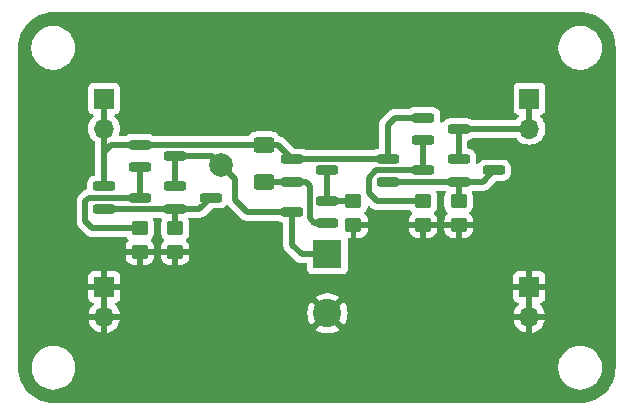
<source format=gbr>
%TF.GenerationSoftware,KiCad,Pcbnew,8.0.1*%
%TF.CreationDate,2024-04-21T09:28:36-04:00*%
%TF.ProjectId,super_capacitor_backup,73757065-725f-4636-9170-616369746f72,rev?*%
%TF.SameCoordinates,PX8f6ec00PY36439a0*%
%TF.FileFunction,Copper,L2,Bot*%
%TF.FilePolarity,Positive*%
%FSLAX46Y46*%
G04 Gerber Fmt 4.6, Leading zero omitted, Abs format (unit mm)*
G04 Created by KiCad (PCBNEW 8.0.1) date 2024-04-21 09:28:36*
%MOMM*%
%LPD*%
G01*
G04 APERTURE LIST*
G04 Aperture macros list*
%AMRoundRect*
0 Rectangle with rounded corners*
0 $1 Rounding radius*
0 $2 $3 $4 $5 $6 $7 $8 $9 X,Y pos of 4 corners*
0 Add a 4 corners polygon primitive as box body*
4,1,4,$2,$3,$4,$5,$6,$7,$8,$9,$2,$3,0*
0 Add four circle primitives for the rounded corners*
1,1,$1+$1,$2,$3*
1,1,$1+$1,$4,$5*
1,1,$1+$1,$6,$7*
1,1,$1+$1,$8,$9*
0 Add four rect primitives between the rounded corners*
20,1,$1+$1,$2,$3,$4,$5,0*
20,1,$1+$1,$4,$5,$6,$7,0*
20,1,$1+$1,$6,$7,$8,$9,0*
20,1,$1+$1,$8,$9,$2,$3,0*%
G04 Aperture macros list end*
%TA.AperFunction,ComponentPad*%
%ADD10C,2.000000*%
%TD*%
%TA.AperFunction,SMDPad,CuDef*%
%ADD11RoundRect,0.250000X-0.450000X0.350000X-0.450000X-0.350000X0.450000X-0.350000X0.450000X0.350000X0*%
%TD*%
%TA.AperFunction,SMDPad,CuDef*%
%ADD12RoundRect,0.250000X-0.625000X0.400000X-0.625000X-0.400000X0.625000X-0.400000X0.625000X0.400000X0*%
%TD*%
%TA.AperFunction,SMDPad,CuDef*%
%ADD13RoundRect,0.200000X-0.750000X-0.200000X0.750000X-0.200000X0.750000X0.200000X-0.750000X0.200000X0*%
%TD*%
%TA.AperFunction,SMDPad,CuDef*%
%ADD14RoundRect,0.200000X0.750000X0.200000X-0.750000X0.200000X-0.750000X-0.200000X0.750000X-0.200000X0*%
%TD*%
%TA.AperFunction,ComponentPad*%
%ADD15R,1.700000X1.700000*%
%TD*%
%TA.AperFunction,ComponentPad*%
%ADD16O,1.700000X1.700000*%
%TD*%
%TA.AperFunction,ComponentPad*%
%ADD17R,2.400000X2.400000*%
%TD*%
%TA.AperFunction,ComponentPad*%
%ADD18C,2.400000*%
%TD*%
%TA.AperFunction,Conductor*%
%ADD19C,0.500000*%
%TD*%
G04 APERTURE END LIST*
D10*
%TO.P,TP1,1,1*%
%TO.N,Net-(Q4-C)*%
X18700000Y-14450000D03*
%TD*%
D11*
%TO.P,R6,1*%
%TO.N,Net-(Q7-G)*%
X11800000Y-19800000D03*
%TO.P,R6,2*%
%TO.N,GND*%
X11800000Y-21800000D03*
%TD*%
%TO.P,R5,1*%
%TO.N,Net-(Q6-B)*%
X14800000Y-19800000D03*
%TO.P,R5,2*%
%TO.N,GND*%
X14800000Y-21800000D03*
%TD*%
%TO.P,R4,1*%
%TO.N,Net-(Q4-B)*%
X29900000Y-17500000D03*
%TO.P,R4,2*%
%TO.N,GND*%
X29900000Y-19500000D03*
%TD*%
D12*
%TO.P,R3,1*%
%TO.N,/Vout*%
X22300000Y-12750000D03*
%TO.P,R3,2*%
%TO.N,Net-(Q4-E)*%
X22300000Y-15850000D03*
%TD*%
D11*
%TO.P,R2,1*%
%TO.N,Net-(Q2-G)*%
X35800000Y-17500000D03*
%TO.P,R2,2*%
%TO.N,GND*%
X35800000Y-19500000D03*
%TD*%
%TO.P,R1,1*%
%TO.N,Net-(Q1-B)*%
X38800000Y-17500000D03*
%TO.P,R1,2*%
%TO.N,GND*%
X38800000Y-19500000D03*
%TD*%
D13*
%TO.P,Q8,1,B*%
%TO.N,Net-(Q6-B)*%
X8800000Y-18150000D03*
%TO.P,Q8,2,E*%
%TO.N,/Vout*%
X8800000Y-16250000D03*
%TO.P,Q8,3,C*%
%TO.N,Net-(Q7-G)*%
X11800000Y-17200000D03*
%TD*%
%TO.P,Q7,1,G*%
%TO.N,Net-(Q7-G)*%
X11800000Y-14650000D03*
%TO.P,Q7,2,S*%
%TO.N,/Vout*%
X11800000Y-12750000D03*
%TO.P,Q7,3,D*%
%TO.N,Net-(Q4-C)*%
X14800000Y-13700000D03*
%TD*%
%TO.P,Q6,1,B*%
%TO.N,Net-(Q6-B)*%
X14800000Y-18150000D03*
%TO.P,Q6,2,E*%
%TO.N,Net-(Q4-C)*%
X14800000Y-16250000D03*
%TO.P,Q6,3,C*%
%TO.N,Net-(Q6-B)*%
X17800000Y-17200000D03*
%TD*%
%TO.P,Q5,1,B*%
%TO.N,Net-(Q4-E)*%
X24700000Y-15850000D03*
%TO.P,Q5,2,E*%
%TO.N,/Vout*%
X24700000Y-13950000D03*
%TO.P,Q5,3,C*%
%TO.N,Net-(Q4-B)*%
X27700000Y-14900000D03*
%TD*%
D14*
%TO.P,Q4,3,C*%
%TO.N,Net-(Q4-C)*%
X24700000Y-18400000D03*
%TO.P,Q4,2,E*%
%TO.N,Net-(Q4-E)*%
X27700000Y-19350000D03*
%TO.P,Q4,1,B*%
%TO.N,Net-(Q4-B)*%
X27700000Y-17450000D03*
%TD*%
D13*
%TO.P,Q3,1,B*%
%TO.N,Net-(Q1-B)*%
X32800000Y-15850000D03*
%TO.P,Q3,2,E*%
%TO.N,/Vout*%
X32800000Y-13950000D03*
%TO.P,Q3,3,C*%
%TO.N,Net-(Q2-G)*%
X35800000Y-14900000D03*
%TD*%
%TO.P,Q2,1,G*%
%TO.N,Net-(Q2-G)*%
X35800000Y-12350000D03*
%TO.P,Q2,2,S*%
%TO.N,/Vout*%
X35800000Y-10450000D03*
%TO.P,Q2,3,D*%
%TO.N,/Vin*%
X38800000Y-11400000D03*
%TD*%
%TO.P,Q1,1,B*%
%TO.N,Net-(Q1-B)*%
X38800000Y-15850000D03*
%TO.P,Q1,2,E*%
%TO.N,/Vin*%
X38800000Y-13950000D03*
%TO.P,Q1,3,C*%
%TO.N,Net-(Q1-B)*%
X41800000Y-14900000D03*
%TD*%
D15*
%TO.P,J4,1,Pin_1*%
%TO.N,GND*%
X8800000Y-24750000D03*
D16*
%TO.P,J4,2,Pin_2*%
X8800000Y-27290000D03*
%TD*%
%TO.P,J3,2,Pin_2*%
%TO.N,/Vout*%
X8780000Y-11360000D03*
D15*
%TO.P,J3,1,Pin_1*%
X8780000Y-8820000D03*
%TD*%
%TO.P,J2,1,Pin_1*%
%TO.N,GND*%
X44790000Y-24750000D03*
D16*
%TO.P,J2,2,Pin_2*%
X44790000Y-27290000D03*
%TD*%
D15*
%TO.P,J1,1,Pin_1*%
%TO.N,/Vin*%
X44800000Y-8825000D03*
D16*
%TO.P,J1,2,Pin_2*%
X44800000Y-11365000D03*
%TD*%
D17*
%TO.P,C1,1*%
%TO.N,Net-(Q4-C)*%
X27700000Y-22000000D03*
D18*
%TO.P,C1,2*%
%TO.N,GND*%
X27700000Y-27000000D03*
%TD*%
D19*
%TO.N,Net-(Q4-C)*%
X24700000Y-18400000D02*
X20900000Y-18400000D01*
X19900000Y-17400000D02*
X19900000Y-15650000D01*
X20900000Y-18400000D02*
X19900000Y-17400000D01*
X19900000Y-15650000D02*
X18700000Y-14450000D01*
X14800000Y-13700000D02*
X17950000Y-13700000D01*
X17950000Y-13700000D02*
X18700000Y-14450000D01*
%TO.N,Net-(Q4-E)*%
X27700000Y-19350000D02*
X26600000Y-19350000D01*
X26600000Y-19350000D02*
X26200000Y-18950000D01*
X26200000Y-18950000D02*
X26200000Y-16200000D01*
X26200000Y-16200000D02*
X25850000Y-15850000D01*
X25850000Y-15850000D02*
X24700000Y-15850000D01*
%TO.N,/Vout*%
X8780000Y-11360000D02*
X8780000Y-16230000D01*
X8780000Y-16230000D02*
X8800000Y-16250000D01*
X8780000Y-8820000D02*
X8780000Y-11360000D01*
X22300000Y-12750000D02*
X11800000Y-12750000D01*
%TO.N,Net-(Q7-G)*%
X11800000Y-19800000D02*
X7800000Y-19800000D01*
X7800000Y-19800000D02*
X7200000Y-19200000D01*
X7200000Y-19200000D02*
X7200000Y-17500000D01*
X7500000Y-17200000D02*
X11800000Y-17200000D01*
X7200000Y-17500000D02*
X7500000Y-17200000D01*
%TO.N,Net-(Q4-C)*%
X14800000Y-16250000D02*
X14800000Y-13700000D01*
%TO.N,Net-(Q6-B)*%
X14800000Y-18150000D02*
X14800000Y-19800000D01*
X14800000Y-18150000D02*
X16850000Y-18150000D01*
X16850000Y-18150000D02*
X17800000Y-17200000D01*
X8800000Y-18150000D02*
X14800000Y-18150000D01*
%TO.N,Net-(Q7-G)*%
X11800000Y-14650000D02*
X11800000Y-17200000D01*
%TO.N,/Vout*%
X11800000Y-12750000D02*
X9350000Y-12750000D01*
X9350000Y-12750000D02*
X8800000Y-13300000D01*
X8800000Y-13300000D02*
X8800000Y-16250000D01*
X32800000Y-13950000D02*
X24700000Y-13950000D01*
%TO.N,Net-(Q2-G)*%
X35800000Y-14900000D02*
X31800000Y-14900000D01*
X31800000Y-14900000D02*
X31200000Y-15500000D01*
X31200000Y-15500000D02*
X31200000Y-16800000D01*
X31200000Y-16800000D02*
X31900000Y-17500000D01*
X31900000Y-17500000D02*
X35800000Y-17500000D01*
%TO.N,/Vout*%
X22300000Y-12750000D02*
X23500000Y-12750000D01*
X23500000Y-12750000D02*
X24700000Y-13950000D01*
%TO.N,Net-(Q4-C)*%
X27700000Y-22000000D02*
X25500000Y-22000000D01*
X25500000Y-22000000D02*
X24700000Y-21200000D01*
X24700000Y-21200000D02*
X24700000Y-18400000D01*
%TO.N,Net-(Q4-E)*%
X22300000Y-15850000D02*
X24700000Y-15850000D01*
%TO.N,Net-(Q4-B)*%
X27700000Y-17450000D02*
X29850000Y-17450000D01*
X29850000Y-17450000D02*
X29900000Y-17500000D01*
X27700000Y-14900000D02*
X27700000Y-17450000D01*
%TO.N,Net-(Q2-G)*%
X35800000Y-12350000D02*
X35800000Y-14900000D01*
%TO.N,/Vout*%
X35800000Y-10450000D02*
X33410000Y-10450000D01*
X33410000Y-10450000D02*
X32800000Y-11060000D01*
X32800000Y-11060000D02*
X32800000Y-13950000D01*
%TO.N,Net-(Q1-B)*%
X38800000Y-17500000D02*
X38800000Y-15850000D01*
X38800000Y-15850000D02*
X40850000Y-15850000D01*
X40850000Y-15850000D02*
X41800000Y-14900000D01*
X32800000Y-15850000D02*
X38800000Y-15850000D01*
%TO.N,/Vin*%
X44800000Y-11365000D02*
X44800000Y-8825000D01*
X38800000Y-11400000D02*
X44765000Y-11400000D01*
X44765000Y-11400000D02*
X44800000Y-11365000D01*
X38800000Y-13950000D02*
X38800000Y-11400000D01*
%TD*%
%TA.AperFunction,Conductor*%
%TO.N,GND*%
G36*
X9050000Y-26856988D02*
G01*
X8992993Y-26824075D01*
X8865826Y-26790000D01*
X8734174Y-26790000D01*
X8607007Y-26824075D01*
X8550000Y-26856988D01*
X8550000Y-25183012D01*
X8607007Y-25215925D01*
X8734174Y-25250000D01*
X8865826Y-25250000D01*
X8992993Y-25215925D01*
X9050000Y-25183012D01*
X9050000Y-26856988D01*
G37*
%TD.AperFunction*%
%TA.AperFunction,Conductor*%
G36*
X45040000Y-26856988D02*
G01*
X44982993Y-26824075D01*
X44855826Y-26790000D01*
X44724174Y-26790000D01*
X44597007Y-26824075D01*
X44540000Y-26856988D01*
X44540000Y-25183012D01*
X44597007Y-25215925D01*
X44724174Y-25250000D01*
X44855826Y-25250000D01*
X44982993Y-25215925D01*
X45040000Y-25183012D01*
X45040000Y-26856988D01*
G37*
%TD.AperFunction*%
%TA.AperFunction,Conductor*%
G36*
X49103244Y-1500670D02*
G01*
X49407046Y-1516592D01*
X49419953Y-1517949D01*
X49551089Y-1538718D01*
X49717209Y-1565028D01*
X49729896Y-1567724D01*
X50020625Y-1645625D01*
X50032965Y-1649635D01*
X50313938Y-1757490D01*
X50325790Y-1762767D01*
X50593968Y-1899411D01*
X50605199Y-1905896D01*
X50857608Y-2069812D01*
X50868109Y-2077441D01*
X51102010Y-2266850D01*
X51111655Y-2275535D01*
X51324464Y-2488344D01*
X51333149Y-2497989D01*
X51522558Y-2731890D01*
X51530187Y-2742391D01*
X51694101Y-2994796D01*
X51700591Y-3006036D01*
X51837231Y-3274206D01*
X51842510Y-3286064D01*
X51950363Y-3567033D01*
X51954374Y-3579376D01*
X52032273Y-3870097D01*
X52034971Y-3882794D01*
X52082050Y-4180046D01*
X52083407Y-4192953D01*
X52099330Y-4496756D01*
X52099500Y-4503246D01*
X52099500Y-31596753D01*
X52099330Y-31603243D01*
X52083407Y-31907046D01*
X52082050Y-31919953D01*
X52034971Y-32217205D01*
X52032273Y-32229902D01*
X51954374Y-32520623D01*
X51950363Y-32532966D01*
X51842510Y-32813935D01*
X51837231Y-32825793D01*
X51700591Y-33093963D01*
X51694101Y-33105203D01*
X51530187Y-33357608D01*
X51522558Y-33368109D01*
X51333149Y-33602010D01*
X51324464Y-33611655D01*
X51111655Y-33824464D01*
X51102010Y-33833149D01*
X50868109Y-34022558D01*
X50857608Y-34030187D01*
X50605203Y-34194101D01*
X50593963Y-34200591D01*
X50325793Y-34337231D01*
X50313935Y-34342510D01*
X50032966Y-34450363D01*
X50020623Y-34454374D01*
X49729902Y-34532273D01*
X49717205Y-34534971D01*
X49419953Y-34582050D01*
X49407046Y-34583407D01*
X49103244Y-34599330D01*
X49096754Y-34599500D01*
X4503246Y-34599500D01*
X4496756Y-34599330D01*
X4192953Y-34583407D01*
X4180046Y-34582050D01*
X3882794Y-34534971D01*
X3870097Y-34532273D01*
X3579376Y-34454374D01*
X3567033Y-34450363D01*
X3286064Y-34342510D01*
X3274206Y-34337231D01*
X3006036Y-34200591D01*
X2994796Y-34194101D01*
X2742391Y-34030187D01*
X2731890Y-34022558D01*
X2497989Y-33833149D01*
X2488344Y-33824464D01*
X2275535Y-33611655D01*
X2266850Y-33602010D01*
X2077441Y-33368109D01*
X2069812Y-33357608D01*
X2008517Y-33263222D01*
X1905896Y-33105199D01*
X1899408Y-33093963D01*
X1762768Y-32825793D01*
X1757489Y-32813935D01*
X1686994Y-32630289D01*
X1649635Y-32532965D01*
X1645625Y-32520623D01*
X1644626Y-32516895D01*
X1567724Y-32229896D01*
X1565028Y-32217205D01*
X1561685Y-32196100D01*
X1517949Y-31919953D01*
X1516592Y-31907046D01*
X1506857Y-31721288D01*
X2639500Y-31721288D01*
X2671161Y-31961785D01*
X2733947Y-32196104D01*
X2747947Y-32229902D01*
X2826776Y-32420212D01*
X2948064Y-32630289D01*
X2948066Y-32630292D01*
X2948067Y-32630293D01*
X3095733Y-32822736D01*
X3095739Y-32822743D01*
X3267256Y-32994260D01*
X3267262Y-32994265D01*
X3459711Y-33141936D01*
X3669788Y-33263224D01*
X3893900Y-33356054D01*
X4128211Y-33418838D01*
X4308586Y-33442584D01*
X4368711Y-33450500D01*
X4368712Y-33450500D01*
X4611289Y-33450500D01*
X4659388Y-33444167D01*
X4851789Y-33418838D01*
X5086100Y-33356054D01*
X5310212Y-33263224D01*
X5520289Y-33141936D01*
X5712738Y-32994265D01*
X5884265Y-32822738D01*
X6031936Y-32630289D01*
X6153224Y-32420212D01*
X6246054Y-32196100D01*
X6308838Y-31961789D01*
X6340500Y-31721288D01*
X47239500Y-31721288D01*
X47271161Y-31961785D01*
X47333947Y-32196104D01*
X47347947Y-32229902D01*
X47426776Y-32420212D01*
X47548064Y-32630289D01*
X47548066Y-32630292D01*
X47548067Y-32630293D01*
X47695733Y-32822736D01*
X47695739Y-32822743D01*
X47867256Y-32994260D01*
X47867262Y-32994265D01*
X48059711Y-33141936D01*
X48269788Y-33263224D01*
X48493900Y-33356054D01*
X48728211Y-33418838D01*
X48908586Y-33442584D01*
X48968711Y-33450500D01*
X48968712Y-33450500D01*
X49211289Y-33450500D01*
X49259388Y-33444167D01*
X49451789Y-33418838D01*
X49686100Y-33356054D01*
X49910212Y-33263224D01*
X50120289Y-33141936D01*
X50312738Y-32994265D01*
X50484265Y-32822738D01*
X50631936Y-32630289D01*
X50753224Y-32420212D01*
X50846054Y-32196100D01*
X50908838Y-31961789D01*
X50940500Y-31721288D01*
X50940500Y-31478712D01*
X50908838Y-31238211D01*
X50846054Y-31003900D01*
X50753224Y-30779788D01*
X50631936Y-30569711D01*
X50484265Y-30377262D01*
X50484260Y-30377256D01*
X50312743Y-30205739D01*
X50312736Y-30205733D01*
X50120293Y-30058067D01*
X50120292Y-30058066D01*
X50120289Y-30058064D01*
X49910212Y-29936776D01*
X49910205Y-29936773D01*
X49686104Y-29843947D01*
X49451785Y-29781161D01*
X49211289Y-29749500D01*
X49211288Y-29749500D01*
X48968712Y-29749500D01*
X48968711Y-29749500D01*
X48728214Y-29781161D01*
X48493895Y-29843947D01*
X48269794Y-29936773D01*
X48269785Y-29936777D01*
X48059706Y-30058067D01*
X47867263Y-30205733D01*
X47867256Y-30205739D01*
X47695739Y-30377256D01*
X47695733Y-30377263D01*
X47548067Y-30569706D01*
X47426777Y-30779785D01*
X47426773Y-30779794D01*
X47333947Y-31003895D01*
X47271161Y-31238214D01*
X47239500Y-31478711D01*
X47239500Y-31721288D01*
X6340500Y-31721288D01*
X6340500Y-31478712D01*
X6308838Y-31238211D01*
X6246054Y-31003900D01*
X6153224Y-30779788D01*
X6031936Y-30569711D01*
X5884265Y-30377262D01*
X5884260Y-30377256D01*
X5712743Y-30205739D01*
X5712736Y-30205733D01*
X5520293Y-30058067D01*
X5520292Y-30058066D01*
X5520289Y-30058064D01*
X5310212Y-29936776D01*
X5310205Y-29936773D01*
X5086104Y-29843947D01*
X4851785Y-29781161D01*
X4611289Y-29749500D01*
X4611288Y-29749500D01*
X4368712Y-29749500D01*
X4368711Y-29749500D01*
X4128214Y-29781161D01*
X3893895Y-29843947D01*
X3669794Y-29936773D01*
X3669785Y-29936777D01*
X3459706Y-30058067D01*
X3267263Y-30205733D01*
X3267256Y-30205739D01*
X3095739Y-30377256D01*
X3095733Y-30377263D01*
X2948067Y-30569706D01*
X2826777Y-30779785D01*
X2826773Y-30779794D01*
X2733947Y-31003895D01*
X2671161Y-31238214D01*
X2639500Y-31478711D01*
X2639500Y-31721288D01*
X1506857Y-31721288D01*
X1500670Y-31603243D01*
X1500500Y-31596753D01*
X1500500Y-25647844D01*
X7450000Y-25647844D01*
X7456401Y-25707372D01*
X7456403Y-25707379D01*
X7506645Y-25842086D01*
X7506649Y-25842093D01*
X7592809Y-25957187D01*
X7592812Y-25957190D01*
X7707906Y-26043350D01*
X7707913Y-26043354D01*
X7839986Y-26092614D01*
X7895920Y-26134485D01*
X7920337Y-26199949D01*
X7905486Y-26268222D01*
X7884335Y-26296477D01*
X7761886Y-26418926D01*
X7626400Y-26612420D01*
X7626399Y-26612422D01*
X7526570Y-26826507D01*
X7526567Y-26826513D01*
X7469364Y-27039999D01*
X7469364Y-27040000D01*
X8366988Y-27040000D01*
X8334075Y-27097007D01*
X8300000Y-27224174D01*
X8300000Y-27355826D01*
X8334075Y-27482993D01*
X8366988Y-27540000D01*
X7469364Y-27540000D01*
X7526567Y-27753486D01*
X7526570Y-27753492D01*
X7626399Y-27967578D01*
X7761894Y-28161082D01*
X7928917Y-28328105D01*
X8122421Y-28463600D01*
X8336507Y-28563429D01*
X8336516Y-28563433D01*
X8550000Y-28620634D01*
X8550000Y-27723012D01*
X8607007Y-27755925D01*
X8734174Y-27790000D01*
X8865826Y-27790000D01*
X8992993Y-27755925D01*
X9050000Y-27723012D01*
X9050000Y-28620633D01*
X9263483Y-28563433D01*
X9263492Y-28563429D01*
X9477578Y-28463600D01*
X9671082Y-28328105D01*
X9838105Y-28161082D01*
X9973600Y-27967578D01*
X10073429Y-27753492D01*
X10073432Y-27753486D01*
X10130636Y-27540000D01*
X9233012Y-27540000D01*
X9265925Y-27482993D01*
X9300000Y-27355826D01*
X9300000Y-27224174D01*
X9265925Y-27097007D01*
X9233012Y-27040000D01*
X10130636Y-27040000D01*
X10130635Y-27039999D01*
X10119918Y-27000004D01*
X25995233Y-27000004D01*
X26014273Y-27254079D01*
X26070968Y-27502477D01*
X26070973Y-27502494D01*
X26164058Y-27739671D01*
X26164057Y-27739671D01*
X26291454Y-27960327D01*
X26291461Y-27960338D01*
X26333452Y-28012991D01*
X26333453Y-28012992D01*
X27135387Y-27211058D01*
X27140889Y-27231591D01*
X27219881Y-27368408D01*
X27331592Y-27480119D01*
X27468409Y-27559111D01*
X27488940Y-27564612D01*
X26686813Y-28366738D01*
X26847616Y-28476371D01*
X26847624Y-28476376D01*
X27077176Y-28586921D01*
X27077174Y-28586921D01*
X27320652Y-28662024D01*
X27320658Y-28662026D01*
X27572595Y-28699999D01*
X27572604Y-28700000D01*
X27827396Y-28700000D01*
X27827404Y-28699999D01*
X28079341Y-28662026D01*
X28079347Y-28662024D01*
X28322824Y-28586921D01*
X28552376Y-28476376D01*
X28552377Y-28476375D01*
X28713185Y-28366738D01*
X27911060Y-27564612D01*
X27931591Y-27559111D01*
X28068408Y-27480119D01*
X28180119Y-27368408D01*
X28259111Y-27231591D01*
X28264612Y-27211059D01*
X29066544Y-28012992D01*
X29066546Y-28012991D01*
X29108544Y-27960330D01*
X29235941Y-27739671D01*
X29329026Y-27502494D01*
X29329031Y-27502477D01*
X29385726Y-27254079D01*
X29404767Y-27000004D01*
X29404767Y-26999995D01*
X29385726Y-26745920D01*
X29329031Y-26497522D01*
X29329026Y-26497505D01*
X29235941Y-26260328D01*
X29235942Y-26260328D01*
X29108545Y-26039672D01*
X29066545Y-25987006D01*
X28264612Y-26788939D01*
X28259111Y-26768409D01*
X28180119Y-26631592D01*
X28068408Y-26519881D01*
X27931591Y-26440889D01*
X27911059Y-26435387D01*
X28698601Y-25647844D01*
X43440000Y-25647844D01*
X43446401Y-25707372D01*
X43446403Y-25707379D01*
X43496645Y-25842086D01*
X43496649Y-25842093D01*
X43582809Y-25957187D01*
X43582812Y-25957190D01*
X43697906Y-26043350D01*
X43697913Y-26043354D01*
X43829986Y-26092614D01*
X43885920Y-26134485D01*
X43910337Y-26199949D01*
X43895486Y-26268222D01*
X43874335Y-26296477D01*
X43751886Y-26418926D01*
X43616400Y-26612420D01*
X43616399Y-26612422D01*
X43516570Y-26826507D01*
X43516567Y-26826513D01*
X43459364Y-27039999D01*
X43459364Y-27040000D01*
X44356988Y-27040000D01*
X44324075Y-27097007D01*
X44290000Y-27224174D01*
X44290000Y-27355826D01*
X44324075Y-27482993D01*
X44356988Y-27540000D01*
X43459364Y-27540000D01*
X43516567Y-27753486D01*
X43516570Y-27753492D01*
X43616399Y-27967578D01*
X43751894Y-28161082D01*
X43918917Y-28328105D01*
X44112421Y-28463600D01*
X44326507Y-28563429D01*
X44326516Y-28563433D01*
X44540000Y-28620634D01*
X44540000Y-27723012D01*
X44597007Y-27755925D01*
X44724174Y-27790000D01*
X44855826Y-27790000D01*
X44982993Y-27755925D01*
X45040000Y-27723012D01*
X45040000Y-28620633D01*
X45253483Y-28563433D01*
X45253492Y-28563429D01*
X45467578Y-28463600D01*
X45661082Y-28328105D01*
X45828105Y-28161082D01*
X45963600Y-27967578D01*
X46063429Y-27753492D01*
X46063432Y-27753486D01*
X46120636Y-27540000D01*
X45223012Y-27540000D01*
X45255925Y-27482993D01*
X45290000Y-27355826D01*
X45290000Y-27224174D01*
X45255925Y-27097007D01*
X45223012Y-27040000D01*
X46120636Y-27040000D01*
X46120635Y-27039999D01*
X46063432Y-26826513D01*
X46063429Y-26826507D01*
X45963600Y-26612422D01*
X45963599Y-26612420D01*
X45828113Y-26418926D01*
X45828108Y-26418920D01*
X45705665Y-26296477D01*
X45672180Y-26235154D01*
X45677164Y-26165462D01*
X45719036Y-26109529D01*
X45750013Y-26092614D01*
X45882086Y-26043354D01*
X45882093Y-26043350D01*
X45997187Y-25957190D01*
X45997190Y-25957187D01*
X46083350Y-25842093D01*
X46083354Y-25842086D01*
X46133596Y-25707379D01*
X46133598Y-25707372D01*
X46139999Y-25647844D01*
X46140000Y-25647827D01*
X46140000Y-25000000D01*
X45223012Y-25000000D01*
X45255925Y-24942993D01*
X45290000Y-24815826D01*
X45290000Y-24684174D01*
X45255925Y-24557007D01*
X45223012Y-24500000D01*
X46140000Y-24500000D01*
X46140000Y-23852172D01*
X46139999Y-23852155D01*
X46133598Y-23792627D01*
X46133596Y-23792620D01*
X46083354Y-23657913D01*
X46083350Y-23657906D01*
X45997190Y-23542812D01*
X45997187Y-23542809D01*
X45882093Y-23456649D01*
X45882086Y-23456645D01*
X45747379Y-23406403D01*
X45747372Y-23406401D01*
X45687844Y-23400000D01*
X45040000Y-23400000D01*
X45040000Y-24316988D01*
X44982993Y-24284075D01*
X44855826Y-24250000D01*
X44724174Y-24250000D01*
X44597007Y-24284075D01*
X44540000Y-24316988D01*
X44540000Y-23400000D01*
X43892155Y-23400000D01*
X43832627Y-23406401D01*
X43832620Y-23406403D01*
X43697913Y-23456645D01*
X43697906Y-23456649D01*
X43582812Y-23542809D01*
X43582809Y-23542812D01*
X43496649Y-23657906D01*
X43496645Y-23657913D01*
X43446403Y-23792620D01*
X43446401Y-23792627D01*
X43440000Y-23852155D01*
X43440000Y-24500000D01*
X44356988Y-24500000D01*
X44324075Y-24557007D01*
X44290000Y-24684174D01*
X44290000Y-24815826D01*
X44324075Y-24942993D01*
X44356988Y-25000000D01*
X43440000Y-25000000D01*
X43440000Y-25647844D01*
X28698601Y-25647844D01*
X28713185Y-25633260D01*
X28552384Y-25523628D01*
X28552376Y-25523623D01*
X28322823Y-25413078D01*
X28322825Y-25413078D01*
X28079347Y-25337975D01*
X28079341Y-25337973D01*
X27827404Y-25300000D01*
X27572595Y-25300000D01*
X27320658Y-25337973D01*
X27320652Y-25337975D01*
X27077175Y-25413078D01*
X26847622Y-25523625D01*
X26847609Y-25523632D01*
X26686813Y-25633259D01*
X27488941Y-26435387D01*
X27468409Y-26440889D01*
X27331592Y-26519881D01*
X27219881Y-26631592D01*
X27140889Y-26768409D01*
X27135387Y-26788941D01*
X26333452Y-25987006D01*
X26291457Y-26039667D01*
X26164058Y-26260328D01*
X26070973Y-26497505D01*
X26070968Y-26497522D01*
X26014273Y-26745920D01*
X25995233Y-26999995D01*
X25995233Y-27000004D01*
X10119918Y-27000004D01*
X10073432Y-26826513D01*
X10073429Y-26826507D01*
X9973600Y-26612422D01*
X9973599Y-26612420D01*
X9838113Y-26418926D01*
X9838108Y-26418920D01*
X9715665Y-26296477D01*
X9682180Y-26235154D01*
X9687164Y-26165462D01*
X9729036Y-26109529D01*
X9760013Y-26092614D01*
X9892086Y-26043354D01*
X9892093Y-26043350D01*
X10007187Y-25957190D01*
X10007190Y-25957187D01*
X10093350Y-25842093D01*
X10093354Y-25842086D01*
X10143596Y-25707379D01*
X10143598Y-25707372D01*
X10149999Y-25647844D01*
X10150000Y-25647827D01*
X10150000Y-25000000D01*
X9233012Y-25000000D01*
X9265925Y-24942993D01*
X9300000Y-24815826D01*
X9300000Y-24684174D01*
X9265925Y-24557007D01*
X9233012Y-24500000D01*
X10150000Y-24500000D01*
X10150000Y-23852172D01*
X10149999Y-23852155D01*
X10143598Y-23792627D01*
X10143596Y-23792620D01*
X10093354Y-23657913D01*
X10093350Y-23657906D01*
X10007190Y-23542812D01*
X10007187Y-23542809D01*
X9892093Y-23456649D01*
X9892086Y-23456645D01*
X9757379Y-23406403D01*
X9757372Y-23406401D01*
X9697844Y-23400000D01*
X9050000Y-23400000D01*
X9050000Y-24316988D01*
X8992993Y-24284075D01*
X8865826Y-24250000D01*
X8734174Y-24250000D01*
X8607007Y-24284075D01*
X8550000Y-24316988D01*
X8550000Y-23400000D01*
X7902155Y-23400000D01*
X7842627Y-23406401D01*
X7842620Y-23406403D01*
X7707913Y-23456645D01*
X7707906Y-23456649D01*
X7592812Y-23542809D01*
X7592809Y-23542812D01*
X7506649Y-23657906D01*
X7506645Y-23657913D01*
X7456403Y-23792620D01*
X7456401Y-23792627D01*
X7450000Y-23852155D01*
X7450000Y-24500000D01*
X8366988Y-24500000D01*
X8334075Y-24557007D01*
X8300000Y-24684174D01*
X8300000Y-24815826D01*
X8334075Y-24942993D01*
X8366988Y-25000000D01*
X7450000Y-25000000D01*
X7450000Y-25647844D01*
X1500500Y-25647844D01*
X1500500Y-22050000D01*
X10600001Y-22050000D01*
X10600001Y-22199986D01*
X10610494Y-22302697D01*
X10665641Y-22469119D01*
X10665643Y-22469124D01*
X10757684Y-22618345D01*
X10881654Y-22742315D01*
X11030875Y-22834356D01*
X11030880Y-22834358D01*
X11197302Y-22889505D01*
X11197309Y-22889506D01*
X11300019Y-22899999D01*
X11549999Y-22899999D01*
X11550000Y-22899998D01*
X11550000Y-22050000D01*
X12050000Y-22050000D01*
X12050000Y-22899999D01*
X12299972Y-22899999D01*
X12299986Y-22899998D01*
X12402697Y-22889505D01*
X12569119Y-22834358D01*
X12569124Y-22834356D01*
X12718345Y-22742315D01*
X12842315Y-22618345D01*
X12934356Y-22469124D01*
X12934358Y-22469119D01*
X12989505Y-22302697D01*
X12989506Y-22302690D01*
X12999999Y-22199986D01*
X13000000Y-22199973D01*
X13000000Y-22050000D01*
X13600001Y-22050000D01*
X13600001Y-22199986D01*
X13610494Y-22302697D01*
X13665641Y-22469119D01*
X13665643Y-22469124D01*
X13757684Y-22618345D01*
X13881654Y-22742315D01*
X14030875Y-22834356D01*
X14030880Y-22834358D01*
X14197302Y-22889505D01*
X14197309Y-22889506D01*
X14300019Y-22899999D01*
X14549999Y-22899999D01*
X14550000Y-22899998D01*
X14550000Y-22050000D01*
X15050000Y-22050000D01*
X15050000Y-22899999D01*
X15299972Y-22899999D01*
X15299986Y-22899998D01*
X15402697Y-22889505D01*
X15569119Y-22834358D01*
X15569124Y-22834356D01*
X15718345Y-22742315D01*
X15842315Y-22618345D01*
X15934356Y-22469124D01*
X15934358Y-22469119D01*
X15989505Y-22302697D01*
X15989506Y-22302690D01*
X15999999Y-22199986D01*
X16000000Y-22199973D01*
X16000000Y-22050000D01*
X15050000Y-22050000D01*
X14550000Y-22050000D01*
X13600001Y-22050000D01*
X13000000Y-22050000D01*
X12050000Y-22050000D01*
X11550000Y-22050000D01*
X10600001Y-22050000D01*
X1500500Y-22050000D01*
X1500500Y-19273920D01*
X6449499Y-19273920D01*
X6478340Y-19418907D01*
X6478343Y-19418917D01*
X6534912Y-19555488D01*
X6534915Y-19555494D01*
X6534916Y-19555495D01*
X6543879Y-19568909D01*
X6543880Y-19568912D01*
X6617046Y-19678414D01*
X6617052Y-19678421D01*
X7217049Y-20278416D01*
X7321584Y-20382951D01*
X7321587Y-20382953D01*
X7321588Y-20382954D01*
X7444494Y-20465077D01*
X7444496Y-20465078D01*
X7444505Y-20465084D01*
X7476511Y-20478341D01*
X7476512Y-20478342D01*
X7476513Y-20478342D01*
X7581087Y-20521658D01*
X7581091Y-20521658D01*
X7581092Y-20521659D01*
X7726079Y-20550500D01*
X7726082Y-20550500D01*
X7873917Y-20550500D01*
X10646042Y-20550500D01*
X10713081Y-20570185D01*
X10751580Y-20609402D01*
X10757287Y-20618655D01*
X10851304Y-20712672D01*
X10884789Y-20773995D01*
X10879805Y-20843687D01*
X10851305Y-20888034D01*
X10757682Y-20981657D01*
X10665643Y-21130875D01*
X10665641Y-21130880D01*
X10610494Y-21297302D01*
X10610493Y-21297309D01*
X10600000Y-21400013D01*
X10600000Y-21550000D01*
X12999999Y-21550000D01*
X12999999Y-21400028D01*
X12999998Y-21400013D01*
X12989505Y-21297302D01*
X12934358Y-21130880D01*
X12934356Y-21130875D01*
X12842315Y-20981654D01*
X12748695Y-20888034D01*
X12715210Y-20826711D01*
X12720194Y-20757019D01*
X12748691Y-20712676D01*
X12842712Y-20618656D01*
X12934814Y-20469334D01*
X12989999Y-20302797D01*
X13000500Y-20200009D01*
X13000499Y-19399992D01*
X12989999Y-19297203D01*
X12934814Y-19130666D01*
X12909481Y-19089595D01*
X12891042Y-19022204D01*
X12911965Y-18955541D01*
X12965607Y-18910771D01*
X13015021Y-18900500D01*
X13572022Y-18900500D01*
X13636173Y-18918384D01*
X13645610Y-18924089D01*
X13692797Y-18975617D01*
X13704635Y-19044477D01*
X13686999Y-19095300D01*
X13665189Y-19130661D01*
X13665185Y-19130668D01*
X13656966Y-19155472D01*
X13610001Y-19297203D01*
X13610001Y-19297204D01*
X13610000Y-19297204D01*
X13599500Y-19399983D01*
X13599500Y-20200001D01*
X13599501Y-20200019D01*
X13610000Y-20302796D01*
X13610001Y-20302799D01*
X13665185Y-20469331D01*
X13665187Y-20469336D01*
X13697460Y-20521659D01*
X13757287Y-20618655D01*
X13757289Y-20618657D01*
X13851304Y-20712672D01*
X13884789Y-20773995D01*
X13879805Y-20843687D01*
X13851305Y-20888034D01*
X13757682Y-20981657D01*
X13665643Y-21130875D01*
X13665641Y-21130880D01*
X13610494Y-21297302D01*
X13610493Y-21297309D01*
X13600000Y-21400013D01*
X13600000Y-21550000D01*
X15999999Y-21550000D01*
X15999999Y-21400028D01*
X15999998Y-21400013D01*
X15989505Y-21297302D01*
X15934358Y-21130880D01*
X15934356Y-21130875D01*
X15842315Y-20981654D01*
X15748695Y-20888034D01*
X15715210Y-20826711D01*
X15720194Y-20757019D01*
X15748691Y-20712676D01*
X15842712Y-20618656D01*
X15934814Y-20469334D01*
X15989999Y-20302797D01*
X16000500Y-20200009D01*
X16000499Y-19399992D01*
X15989999Y-19297203D01*
X15934814Y-19130666D01*
X15934810Y-19130660D01*
X15934809Y-19130657D01*
X15913001Y-19095301D01*
X15894560Y-19027909D01*
X15915482Y-18961245D01*
X15954397Y-18924083D01*
X15963839Y-18918376D01*
X16027977Y-18900500D01*
X16923920Y-18900500D01*
X17021462Y-18881096D01*
X17068913Y-18871658D01*
X17205495Y-18815084D01*
X17280173Y-18765186D01*
X17328416Y-18732952D01*
X17924549Y-18136819D01*
X17985872Y-18103334D01*
X18012230Y-18100500D01*
X18606613Y-18100500D01*
X18606616Y-18100500D01*
X18677196Y-18094086D01*
X18839606Y-18043478D01*
X18985185Y-17955472D01*
X19105472Y-17835185D01*
X19105473Y-17835182D01*
X19108146Y-17832510D01*
X19169469Y-17799025D01*
X19239161Y-17804009D01*
X19295095Y-17845880D01*
X19298932Y-17851302D01*
X19317048Y-17878416D01*
X20421583Y-18982950D01*
X20421586Y-18982953D01*
X20438874Y-18994504D01*
X20438876Y-18994505D01*
X20544505Y-19065084D01*
X20576511Y-19078341D01*
X20576512Y-19078342D01*
X20576513Y-19078342D01*
X20681088Y-19121659D01*
X20797241Y-19144763D01*
X20816468Y-19148587D01*
X20826081Y-19150500D01*
X20826082Y-19150500D01*
X20826083Y-19150500D01*
X20973918Y-19150500D01*
X23472023Y-19150500D01*
X23536171Y-19168382D01*
X23660394Y-19243478D01*
X23822804Y-19294086D01*
X23836720Y-19295350D01*
X23901702Y-19321019D01*
X23942492Y-19377746D01*
X23949500Y-19418841D01*
X23949500Y-21273918D01*
X23949500Y-21273920D01*
X23949499Y-21273920D01*
X23978340Y-21418907D01*
X23978343Y-21418917D01*
X24034912Y-21555488D01*
X24034921Y-21555504D01*
X24049653Y-21577551D01*
X24049654Y-21577555D01*
X24049655Y-21577555D01*
X24117046Y-21678414D01*
X24117052Y-21678421D01*
X25021584Y-22582952D01*
X25021586Y-22582954D01*
X25051058Y-22602645D01*
X25095270Y-22632186D01*
X25144505Y-22665084D01*
X25144506Y-22665084D01*
X25144507Y-22665085D01*
X25144509Y-22665086D01*
X25281082Y-22721656D01*
X25281087Y-22721658D01*
X25281091Y-22721658D01*
X25281092Y-22721659D01*
X25426079Y-22750500D01*
X25426082Y-22750500D01*
X25426083Y-22750500D01*
X25573918Y-22750500D01*
X25875501Y-22750500D01*
X25942540Y-22770185D01*
X25988295Y-22822989D01*
X25999501Y-22874500D01*
X25999501Y-23247876D01*
X26005908Y-23307483D01*
X26056202Y-23442328D01*
X26056206Y-23442335D01*
X26142452Y-23557544D01*
X26142455Y-23557547D01*
X26257664Y-23643793D01*
X26257671Y-23643797D01*
X26392517Y-23694091D01*
X26392516Y-23694091D01*
X26399444Y-23694835D01*
X26452127Y-23700500D01*
X28947872Y-23700499D01*
X29007483Y-23694091D01*
X29142331Y-23643796D01*
X29257546Y-23557546D01*
X29343796Y-23442331D01*
X29394091Y-23307483D01*
X29400500Y-23247873D01*
X29400499Y-20752128D01*
X29398900Y-20737252D01*
X29411307Y-20668493D01*
X29458918Y-20617356D01*
X29522190Y-20599999D01*
X29649999Y-20599999D01*
X29650000Y-20599998D01*
X29650000Y-19750000D01*
X30150000Y-19750000D01*
X30150000Y-20599999D01*
X30399972Y-20599999D01*
X30399986Y-20599998D01*
X30502697Y-20589505D01*
X30669119Y-20534358D01*
X30669124Y-20534356D01*
X30818345Y-20442315D01*
X30942315Y-20318345D01*
X31034356Y-20169124D01*
X31034358Y-20169119D01*
X31089505Y-20002697D01*
X31089506Y-20002690D01*
X31099999Y-19899986D01*
X31100000Y-19899973D01*
X31100000Y-19750000D01*
X34600001Y-19750000D01*
X34600001Y-19899986D01*
X34610494Y-20002697D01*
X34665641Y-20169119D01*
X34665643Y-20169124D01*
X34757684Y-20318345D01*
X34881654Y-20442315D01*
X35030875Y-20534356D01*
X35030880Y-20534358D01*
X35197302Y-20589505D01*
X35197309Y-20589506D01*
X35300019Y-20599999D01*
X35549999Y-20599999D01*
X35550000Y-20599998D01*
X35550000Y-19750000D01*
X36050000Y-19750000D01*
X36050000Y-20599999D01*
X36299972Y-20599999D01*
X36299986Y-20599998D01*
X36402697Y-20589505D01*
X36569119Y-20534358D01*
X36569124Y-20534356D01*
X36718345Y-20442315D01*
X36842315Y-20318345D01*
X36934356Y-20169124D01*
X36934358Y-20169119D01*
X36989505Y-20002697D01*
X36989506Y-20002690D01*
X36999999Y-19899986D01*
X37000000Y-19899973D01*
X37000000Y-19750000D01*
X37600001Y-19750000D01*
X37600001Y-19899986D01*
X37610494Y-20002697D01*
X37665641Y-20169119D01*
X37665643Y-20169124D01*
X37757684Y-20318345D01*
X37881654Y-20442315D01*
X38030875Y-20534356D01*
X38030880Y-20534358D01*
X38197302Y-20589505D01*
X38197309Y-20589506D01*
X38300019Y-20599999D01*
X38549999Y-20599999D01*
X38550000Y-20599998D01*
X38550000Y-19750000D01*
X39050000Y-19750000D01*
X39050000Y-20599999D01*
X39299972Y-20599999D01*
X39299986Y-20599998D01*
X39402697Y-20589505D01*
X39569119Y-20534358D01*
X39569124Y-20534356D01*
X39718345Y-20442315D01*
X39842315Y-20318345D01*
X39934356Y-20169124D01*
X39934358Y-20169119D01*
X39989505Y-20002697D01*
X39989506Y-20002690D01*
X39999999Y-19899986D01*
X40000000Y-19899973D01*
X40000000Y-19750000D01*
X39050000Y-19750000D01*
X38550000Y-19750000D01*
X37600001Y-19750000D01*
X37000000Y-19750000D01*
X36050000Y-19750000D01*
X35550000Y-19750000D01*
X34600001Y-19750000D01*
X31100000Y-19750000D01*
X30150000Y-19750000D01*
X29650000Y-19750000D01*
X29650000Y-19374000D01*
X29669685Y-19306961D01*
X29722489Y-19261206D01*
X29774000Y-19250000D01*
X31099999Y-19250000D01*
X31099999Y-19100028D01*
X31099998Y-19100013D01*
X31089505Y-18997302D01*
X31034358Y-18830880D01*
X31034356Y-18830875D01*
X30942315Y-18681654D01*
X30848695Y-18588034D01*
X30815210Y-18526711D01*
X30820194Y-18457019D01*
X30848691Y-18412676D01*
X30942712Y-18318656D01*
X31034814Y-18169334D01*
X31089344Y-18004771D01*
X31129115Y-17947329D01*
X31193631Y-17920506D01*
X31262407Y-17932821D01*
X31294729Y-17956096D01*
X31317048Y-17978415D01*
X31317049Y-17978416D01*
X31382110Y-18043477D01*
X31421585Y-18082952D01*
X31544498Y-18165080D01*
X31544511Y-18165087D01*
X31681082Y-18221656D01*
X31681087Y-18221658D01*
X31681091Y-18221658D01*
X31681092Y-18221659D01*
X31826079Y-18250500D01*
X31826082Y-18250500D01*
X34646042Y-18250500D01*
X34713081Y-18270185D01*
X34751580Y-18309402D01*
X34757287Y-18318655D01*
X34851304Y-18412672D01*
X34884789Y-18473995D01*
X34879805Y-18543687D01*
X34851305Y-18588034D01*
X34757682Y-18681657D01*
X34665643Y-18830875D01*
X34665641Y-18830880D01*
X34610494Y-18997302D01*
X34610493Y-18997309D01*
X34600000Y-19100013D01*
X34600000Y-19250000D01*
X36999999Y-19250000D01*
X36999999Y-19100028D01*
X36999998Y-19100013D01*
X36989505Y-18997302D01*
X36934358Y-18830880D01*
X36934356Y-18830875D01*
X36842315Y-18681654D01*
X36748695Y-18588034D01*
X36715210Y-18526711D01*
X36720194Y-18457019D01*
X36748691Y-18412676D01*
X36842712Y-18318656D01*
X36934814Y-18169334D01*
X36989999Y-18002797D01*
X37000500Y-17900009D01*
X37000499Y-17099992D01*
X36999833Y-17093477D01*
X36989999Y-16997203D01*
X36989998Y-16997200D01*
X36972165Y-16943384D01*
X36934814Y-16830666D01*
X36909481Y-16789595D01*
X36891042Y-16722204D01*
X36911965Y-16655541D01*
X36965607Y-16610771D01*
X37015021Y-16600500D01*
X37572022Y-16600500D01*
X37636173Y-16618384D01*
X37645610Y-16624089D01*
X37692797Y-16675617D01*
X37704635Y-16744477D01*
X37686999Y-16795300D01*
X37665189Y-16830661D01*
X37665185Y-16830668D01*
X37655416Y-16860150D01*
X37610001Y-16997203D01*
X37610001Y-16997204D01*
X37610000Y-16997204D01*
X37599500Y-17099983D01*
X37599500Y-17900001D01*
X37599501Y-17900019D01*
X37610000Y-18002796D01*
X37610001Y-18002799D01*
X37665185Y-18169331D01*
X37665187Y-18169336D01*
X37697460Y-18221659D01*
X37757287Y-18318655D01*
X37757289Y-18318657D01*
X37851304Y-18412672D01*
X37884789Y-18473995D01*
X37879805Y-18543687D01*
X37851305Y-18588034D01*
X37757682Y-18681657D01*
X37665643Y-18830875D01*
X37665641Y-18830880D01*
X37610494Y-18997302D01*
X37610493Y-18997309D01*
X37600000Y-19100013D01*
X37600000Y-19250000D01*
X39999999Y-19250000D01*
X39999999Y-19100028D01*
X39999998Y-19100013D01*
X39989505Y-18997302D01*
X39934358Y-18830880D01*
X39934356Y-18830875D01*
X39842315Y-18681654D01*
X39748695Y-18588034D01*
X39715210Y-18526711D01*
X39720194Y-18457019D01*
X39748691Y-18412676D01*
X39842712Y-18318656D01*
X39934814Y-18169334D01*
X39989999Y-18002797D01*
X40000500Y-17900009D01*
X40000499Y-17099992D01*
X39999833Y-17093477D01*
X39989999Y-16997203D01*
X39989998Y-16997200D01*
X39972165Y-16943384D01*
X39934814Y-16830666D01*
X39934810Y-16830660D01*
X39934809Y-16830657D01*
X39913001Y-16795301D01*
X39894560Y-16727909D01*
X39915482Y-16661245D01*
X39954397Y-16624083D01*
X39963839Y-16618376D01*
X40027977Y-16600500D01*
X40923920Y-16600500D01*
X41041072Y-16577196D01*
X41068913Y-16571658D01*
X41205495Y-16515084D01*
X41254729Y-16482186D01*
X41260483Y-16478342D01*
X41303649Y-16449500D01*
X41328416Y-16432952D01*
X41924549Y-15836819D01*
X41985872Y-15803334D01*
X42012230Y-15800500D01*
X42606613Y-15800500D01*
X42606616Y-15800500D01*
X42677196Y-15794086D01*
X42839606Y-15743478D01*
X42985185Y-15655472D01*
X43105472Y-15535185D01*
X43193478Y-15389606D01*
X43244086Y-15227196D01*
X43250500Y-15156616D01*
X43250500Y-14643384D01*
X43244086Y-14572804D01*
X43193478Y-14410394D01*
X43105472Y-14264815D01*
X43105470Y-14264813D01*
X43105469Y-14264811D01*
X42985188Y-14144530D01*
X42963827Y-14131617D01*
X42839606Y-14056522D01*
X42677196Y-14005914D01*
X42677194Y-14005913D01*
X42677192Y-14005913D01*
X42627778Y-14001423D01*
X42606616Y-13999500D01*
X40993384Y-13999500D01*
X40974145Y-14001248D01*
X40922807Y-14005913D01*
X40760393Y-14056522D01*
X40614811Y-14144530D01*
X40494530Y-14264811D01*
X40479392Y-14289853D01*
X40427863Y-14337039D01*
X40359003Y-14348877D01*
X40294675Y-14321607D01*
X40255302Y-14263887D01*
X40249785Y-14214480D01*
X40250500Y-14206616D01*
X40250500Y-13693384D01*
X40244086Y-13622804D01*
X40193478Y-13460394D01*
X40105472Y-13314815D01*
X40105470Y-13314813D01*
X40105469Y-13314811D01*
X39985188Y-13194530D01*
X39963827Y-13181617D01*
X39839606Y-13106522D01*
X39677196Y-13055914D01*
X39663274Y-13054648D01*
X39598293Y-13028977D01*
X39557506Y-12972248D01*
X39550500Y-12931158D01*
X39550500Y-12418841D01*
X39570185Y-12351802D01*
X39622989Y-12306047D01*
X39663277Y-12295350D01*
X39677196Y-12294086D01*
X39839606Y-12243478D01*
X39963828Y-12168382D01*
X40027977Y-12150500D01*
X43636806Y-12150500D01*
X43703845Y-12170185D01*
X43738379Y-12203374D01*
X43761505Y-12236401D01*
X43928599Y-12403495D01*
X44025384Y-12471265D01*
X44122165Y-12539032D01*
X44122167Y-12539033D01*
X44122170Y-12539035D01*
X44336337Y-12638903D01*
X44564592Y-12700063D01*
X44752918Y-12716539D01*
X44799999Y-12720659D01*
X44800000Y-12720659D01*
X44800001Y-12720659D01*
X44839234Y-12717226D01*
X45035408Y-12700063D01*
X45263663Y-12638903D01*
X45477830Y-12539035D01*
X45671401Y-12403495D01*
X45838495Y-12236401D01*
X45974035Y-12042830D01*
X46073903Y-11828663D01*
X46135063Y-11600408D01*
X46155659Y-11365000D01*
X46155221Y-11359999D01*
X46141702Y-11205472D01*
X46135063Y-11129592D01*
X46073903Y-10901337D01*
X45974035Y-10687171D01*
X45944176Y-10644528D01*
X45838496Y-10493600D01*
X45833493Y-10488597D01*
X45716567Y-10371671D01*
X45683084Y-10310351D01*
X45688068Y-10240659D01*
X45729939Y-10184725D01*
X45760915Y-10167810D01*
X45892331Y-10118796D01*
X46007546Y-10032546D01*
X46093796Y-9917331D01*
X46144091Y-9782483D01*
X46150500Y-9722873D01*
X46150499Y-7927128D01*
X46144091Y-7867517D01*
X46093796Y-7732669D01*
X46093795Y-7732668D01*
X46093793Y-7732664D01*
X46007547Y-7617455D01*
X46007544Y-7617452D01*
X45892335Y-7531206D01*
X45892328Y-7531202D01*
X45757482Y-7480908D01*
X45757483Y-7480908D01*
X45697883Y-7474501D01*
X45697881Y-7474500D01*
X45697873Y-7474500D01*
X45697864Y-7474500D01*
X43902129Y-7474500D01*
X43902123Y-7474501D01*
X43842516Y-7480908D01*
X43707671Y-7531202D01*
X43707664Y-7531206D01*
X43592455Y-7617452D01*
X43592452Y-7617455D01*
X43506206Y-7732664D01*
X43506202Y-7732671D01*
X43455908Y-7867517D01*
X43449501Y-7927116D01*
X43449501Y-7927123D01*
X43449500Y-7927135D01*
X43449500Y-9722870D01*
X43449501Y-9722876D01*
X43455908Y-9782483D01*
X43506202Y-9917328D01*
X43506206Y-9917335D01*
X43592452Y-10032544D01*
X43592455Y-10032547D01*
X43707664Y-10118793D01*
X43707671Y-10118797D01*
X43839082Y-10167810D01*
X43895016Y-10209681D01*
X43919433Y-10275145D01*
X43904582Y-10343418D01*
X43883431Y-10371673D01*
X43761501Y-10493603D01*
X43689367Y-10596623D01*
X43634790Y-10640248D01*
X43587792Y-10649500D01*
X40027977Y-10649500D01*
X39963828Y-10631617D01*
X39839606Y-10556522D01*
X39677196Y-10505914D01*
X39677194Y-10505913D01*
X39677192Y-10505913D01*
X39627778Y-10501423D01*
X39606616Y-10499500D01*
X37993384Y-10499500D01*
X37974145Y-10501248D01*
X37922807Y-10505913D01*
X37760393Y-10556522D01*
X37614811Y-10644530D01*
X37494530Y-10764811D01*
X37479392Y-10789853D01*
X37427863Y-10837039D01*
X37359003Y-10848877D01*
X37294675Y-10821607D01*
X37255302Y-10763887D01*
X37249785Y-10714480D01*
X37250500Y-10706616D01*
X37250500Y-10193384D01*
X37244086Y-10122804D01*
X37193478Y-9960394D01*
X37105472Y-9814815D01*
X37105470Y-9814813D01*
X37105469Y-9814811D01*
X36985188Y-9694530D01*
X36963827Y-9681617D01*
X36839606Y-9606522D01*
X36677196Y-9555914D01*
X36677194Y-9555913D01*
X36677192Y-9555913D01*
X36627778Y-9551423D01*
X36606616Y-9549500D01*
X34993384Y-9549500D01*
X34974145Y-9551248D01*
X34922807Y-9555913D01*
X34760393Y-9606522D01*
X34687358Y-9650673D01*
X34636171Y-9681617D01*
X34572023Y-9699500D01*
X33336080Y-9699500D01*
X33191092Y-9728340D01*
X33191082Y-9728343D01*
X33054511Y-9784912D01*
X33054498Y-9784919D01*
X32931584Y-9867048D01*
X32931580Y-9867051D01*
X32217048Y-10581583D01*
X32196347Y-10612565D01*
X32175784Y-10643342D01*
X32155350Y-10673923D01*
X32134916Y-10704504D01*
X32134912Y-10704511D01*
X32078343Y-10841082D01*
X32078340Y-10841092D01*
X32049500Y-10986079D01*
X32049500Y-12931158D01*
X32029815Y-12998197D01*
X31977011Y-13043952D01*
X31936725Y-13054648D01*
X31922804Y-13055914D01*
X31814530Y-13089652D01*
X31760393Y-13106522D01*
X31687358Y-13150673D01*
X31636171Y-13181617D01*
X31572023Y-13199500D01*
X25927977Y-13199500D01*
X25863828Y-13181617D01*
X25739606Y-13106522D01*
X25577196Y-13055914D01*
X25577194Y-13055913D01*
X25577192Y-13055913D01*
X25527778Y-13051423D01*
X25506616Y-13049500D01*
X25506613Y-13049500D01*
X24912229Y-13049500D01*
X24845190Y-13029815D01*
X24824548Y-13013181D01*
X23978421Y-12167052D01*
X23978420Y-12167051D01*
X23978416Y-12167048D01*
X23868168Y-12093384D01*
X23868165Y-12093381D01*
X23855498Y-12084918D01*
X23855490Y-12084913D01*
X23718917Y-12028343D01*
X23718908Y-12028341D01*
X23645906Y-12013819D01*
X23583996Y-11981433D01*
X23564560Y-11957298D01*
X23545879Y-11927011D01*
X23517712Y-11881344D01*
X23393656Y-11757288D01*
X23244334Y-11665186D01*
X23077797Y-11610001D01*
X23077795Y-11610000D01*
X22975010Y-11599500D01*
X21624998Y-11599500D01*
X21624981Y-11599501D01*
X21522203Y-11610000D01*
X21522200Y-11610001D01*
X21355668Y-11665185D01*
X21355663Y-11665187D01*
X21206342Y-11757289D01*
X21082289Y-11881342D01*
X21082288Y-11881344D01*
X21054121Y-11927011D01*
X21045741Y-11940597D01*
X20993793Y-11987321D01*
X20940202Y-11999500D01*
X13027977Y-11999500D01*
X12963828Y-11981617D01*
X12839606Y-11906522D01*
X12677196Y-11855914D01*
X12677194Y-11855913D01*
X12677192Y-11855913D01*
X12627778Y-11851423D01*
X12606616Y-11849500D01*
X10993384Y-11849500D01*
X10974145Y-11851248D01*
X10922807Y-11855913D01*
X10760393Y-11906522D01*
X10726501Y-11927011D01*
X10636171Y-11981617D01*
X10572023Y-11999500D01*
X10166550Y-11999500D01*
X10099511Y-11979815D01*
X10053756Y-11927011D01*
X10043812Y-11857853D01*
X10052441Y-11828885D01*
X10052053Y-11828744D01*
X10053898Y-11823671D01*
X10053903Y-11823663D01*
X10115063Y-11595408D01*
X10135659Y-11360000D01*
X10115063Y-11124592D01*
X10053903Y-10896337D01*
X9954035Y-10682171D01*
X9927677Y-10644528D01*
X9818496Y-10488600D01*
X9818493Y-10488597D01*
X9696567Y-10366671D01*
X9663084Y-10305351D01*
X9668068Y-10235659D01*
X9709939Y-10179725D01*
X9740915Y-10162810D01*
X9872331Y-10113796D01*
X9987546Y-10027546D01*
X10073796Y-9912331D01*
X10124091Y-9777483D01*
X10130500Y-9717873D01*
X10130499Y-7922128D01*
X10125299Y-7873757D01*
X10124091Y-7862516D01*
X10073797Y-7727671D01*
X10073793Y-7727664D01*
X9987547Y-7612455D01*
X9987544Y-7612452D01*
X9872335Y-7526206D01*
X9872328Y-7526202D01*
X9737482Y-7475908D01*
X9737483Y-7475908D01*
X9677883Y-7469501D01*
X9677881Y-7469500D01*
X9677873Y-7469500D01*
X9677864Y-7469500D01*
X7882129Y-7469500D01*
X7882123Y-7469501D01*
X7822516Y-7475908D01*
X7687671Y-7526202D01*
X7687664Y-7526206D01*
X7572455Y-7612452D01*
X7572452Y-7612455D01*
X7486206Y-7727664D01*
X7486202Y-7727671D01*
X7435908Y-7862517D01*
X7429501Y-7922116D01*
X7429501Y-7922123D01*
X7429500Y-7922135D01*
X7429500Y-9717870D01*
X7429501Y-9717876D01*
X7435908Y-9777483D01*
X7486202Y-9912328D01*
X7486206Y-9912335D01*
X7572452Y-10027544D01*
X7572455Y-10027547D01*
X7687664Y-10113793D01*
X7687671Y-10113797D01*
X7819082Y-10162810D01*
X7875016Y-10204681D01*
X7899433Y-10270145D01*
X7884582Y-10338418D01*
X7863430Y-10366673D01*
X7741505Y-10488597D01*
X7605965Y-10682169D01*
X7605964Y-10682171D01*
X7506098Y-10896335D01*
X7506094Y-10896344D01*
X7444938Y-11124586D01*
X7444936Y-11124596D01*
X7424341Y-11359999D01*
X7424341Y-11360000D01*
X7444936Y-11595403D01*
X7444938Y-11595413D01*
X7506094Y-11823655D01*
X7506096Y-11823659D01*
X7506097Y-11823663D01*
X7596240Y-12016975D01*
X7605965Y-12037830D01*
X7605967Y-12037834D01*
X7741501Y-12231395D01*
X7741506Y-12231402D01*
X7908595Y-12398492D01*
X7908598Y-12398494D01*
X7908599Y-12398495D01*
X7976623Y-12446125D01*
X8020248Y-12500701D01*
X8029500Y-12547700D01*
X8029500Y-15232975D01*
X8009815Y-15300014D01*
X7957011Y-15345769D01*
X7928963Y-15353246D01*
X7929239Y-15354634D01*
X7922811Y-15355912D01*
X7922804Y-15355913D01*
X7922804Y-15355914D01*
X7863082Y-15374523D01*
X7760393Y-15406522D01*
X7614811Y-15494530D01*
X7494530Y-15614811D01*
X7406522Y-15760393D01*
X7355913Y-15922807D01*
X7349500Y-15993386D01*
X7349500Y-16367150D01*
X7329815Y-16434189D01*
X7277011Y-16479944D01*
X7272953Y-16481711D01*
X7144507Y-16534914D01*
X7144499Y-16534919D01*
X7111024Y-16557287D01*
X7111023Y-16557288D01*
X7021579Y-16617051D01*
X6617052Y-17021578D01*
X6617046Y-17021585D01*
X6569010Y-17093477D01*
X6569011Y-17093478D01*
X6534913Y-17144508D01*
X6478343Y-17281082D01*
X6478340Y-17281092D01*
X6449500Y-17426079D01*
X6449500Y-17426082D01*
X6449500Y-19273918D01*
X6449500Y-19273920D01*
X6449499Y-19273920D01*
X1500500Y-19273920D01*
X1500500Y-4636288D01*
X2629500Y-4636288D01*
X2661161Y-4876785D01*
X2723947Y-5111104D01*
X2816773Y-5335205D01*
X2816776Y-5335212D01*
X2938064Y-5545289D01*
X2938066Y-5545292D01*
X2938067Y-5545293D01*
X3085733Y-5737736D01*
X3085739Y-5737743D01*
X3257256Y-5909260D01*
X3257263Y-5909266D01*
X3263778Y-5914265D01*
X3449711Y-6056936D01*
X3659788Y-6178224D01*
X3883900Y-6271054D01*
X4118211Y-6333838D01*
X4298586Y-6357584D01*
X4358711Y-6365500D01*
X4358712Y-6365500D01*
X4601289Y-6365500D01*
X4649388Y-6359167D01*
X4841789Y-6333838D01*
X5076100Y-6271054D01*
X5300212Y-6178224D01*
X5510289Y-6056936D01*
X5702738Y-5909265D01*
X5874265Y-5737738D01*
X6021936Y-5545289D01*
X6143224Y-5335212D01*
X6236054Y-5111100D01*
X6298838Y-4876789D01*
X6329842Y-4641288D01*
X47249500Y-4641288D01*
X47281161Y-4881785D01*
X47343947Y-5116104D01*
X47434702Y-5335205D01*
X47436776Y-5340212D01*
X47558064Y-5550289D01*
X47558066Y-5550292D01*
X47558067Y-5550293D01*
X47705733Y-5742736D01*
X47705739Y-5742743D01*
X47877256Y-5914260D01*
X47877262Y-5914265D01*
X48069711Y-6061936D01*
X48279788Y-6183224D01*
X48503900Y-6276054D01*
X48738211Y-6338838D01*
X48918586Y-6362584D01*
X48978711Y-6370500D01*
X48978712Y-6370500D01*
X49221289Y-6370500D01*
X49269388Y-6364167D01*
X49461789Y-6338838D01*
X49696100Y-6276054D01*
X49920212Y-6183224D01*
X50130289Y-6061936D01*
X50322738Y-5914265D01*
X50494265Y-5742738D01*
X50641936Y-5550289D01*
X50763224Y-5340212D01*
X50856054Y-5116100D01*
X50918838Y-4881789D01*
X50950500Y-4641288D01*
X50950500Y-4398712D01*
X50918838Y-4158211D01*
X50856054Y-3923900D01*
X50763224Y-3699788D01*
X50641936Y-3489711D01*
X50494265Y-3297262D01*
X50494260Y-3297256D01*
X50322743Y-3125739D01*
X50322736Y-3125733D01*
X50130293Y-2978067D01*
X50130292Y-2978066D01*
X50130289Y-2978064D01*
X49920212Y-2856776D01*
X49920205Y-2856773D01*
X49696104Y-2763947D01*
X49461785Y-2701161D01*
X49221289Y-2669500D01*
X49221288Y-2669500D01*
X48978712Y-2669500D01*
X48978711Y-2669500D01*
X48738214Y-2701161D01*
X48503895Y-2763947D01*
X48279794Y-2856773D01*
X48279785Y-2856777D01*
X48069706Y-2978067D01*
X47877263Y-3125733D01*
X47877256Y-3125739D01*
X47705739Y-3297256D01*
X47705733Y-3297263D01*
X47558067Y-3489706D01*
X47436777Y-3699785D01*
X47436773Y-3699794D01*
X47343947Y-3923895D01*
X47281161Y-4158214D01*
X47249500Y-4398711D01*
X47249500Y-4641288D01*
X6329842Y-4641288D01*
X6330500Y-4636288D01*
X6330500Y-4393712D01*
X6298838Y-4153211D01*
X6236054Y-3918900D01*
X6143224Y-3694788D01*
X6021936Y-3484711D01*
X5961018Y-3405321D01*
X5874266Y-3292263D01*
X5874260Y-3292256D01*
X5702743Y-3120739D01*
X5702736Y-3120733D01*
X5510293Y-2973067D01*
X5510292Y-2973066D01*
X5510289Y-2973064D01*
X5300212Y-2851776D01*
X5300205Y-2851773D01*
X5076104Y-2758947D01*
X4841785Y-2696161D01*
X4601289Y-2664500D01*
X4601288Y-2664500D01*
X4358712Y-2664500D01*
X4358711Y-2664500D01*
X4118214Y-2696161D01*
X3883895Y-2758947D01*
X3659794Y-2851773D01*
X3659785Y-2851777D01*
X3449706Y-2973067D01*
X3257263Y-3120733D01*
X3257256Y-3120739D01*
X3085739Y-3292256D01*
X3085733Y-3292263D01*
X2938067Y-3484706D01*
X2816777Y-3694785D01*
X2816773Y-3694794D01*
X2723947Y-3918895D01*
X2661161Y-4153214D01*
X2629500Y-4393711D01*
X2629500Y-4636288D01*
X1500500Y-4636288D01*
X1500500Y-4503246D01*
X1500670Y-4496756D01*
X1506070Y-4393712D01*
X1516592Y-4192951D01*
X1517949Y-4180046D01*
X1558518Y-3923900D01*
X1565029Y-3882786D01*
X1567723Y-3870107D01*
X1645627Y-3579368D01*
X1649636Y-3567033D01*
X1679319Y-3489706D01*
X1757493Y-3286054D01*
X1762763Y-3274215D01*
X1899415Y-3006023D01*
X1905891Y-2994808D01*
X2069819Y-2742380D01*
X2077434Y-2731899D01*
X2266858Y-2497979D01*
X2275525Y-2488354D01*
X2488354Y-2275525D01*
X2497979Y-2266858D01*
X2731899Y-2077434D01*
X2742380Y-2069819D01*
X2994808Y-1905891D01*
X3006023Y-1899415D01*
X3274215Y-1762763D01*
X3286054Y-1757493D01*
X3567040Y-1649633D01*
X3579368Y-1645627D01*
X3870107Y-1567723D01*
X3882786Y-1565029D01*
X4180046Y-1517949D01*
X4192951Y-1516592D01*
X4496756Y-1500669D01*
X4503246Y-1500500D01*
X4565892Y-1500500D01*
X49034108Y-1500500D01*
X49096754Y-1500500D01*
X49103244Y-1500670D01*
G37*
%TD.AperFunction*%
%TD*%
M02*

</source>
